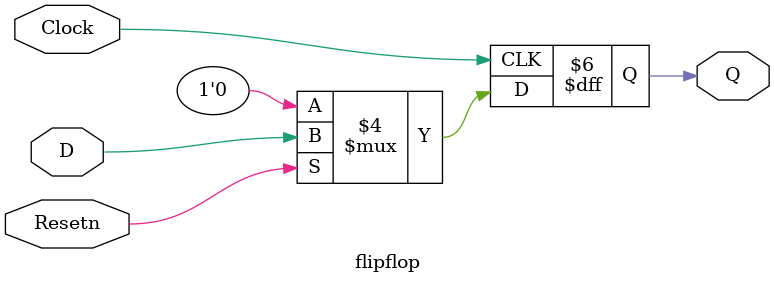
<source format=v>

module flipflop (
    input   D,
    input   Resetn,
    input   Clock,
    output reg Q
    );
	
	always @(posedge Clock)
		if (Resetn == 0)
			Q <= 1'b0;
		else
			Q <= D;
endmodule

</source>
